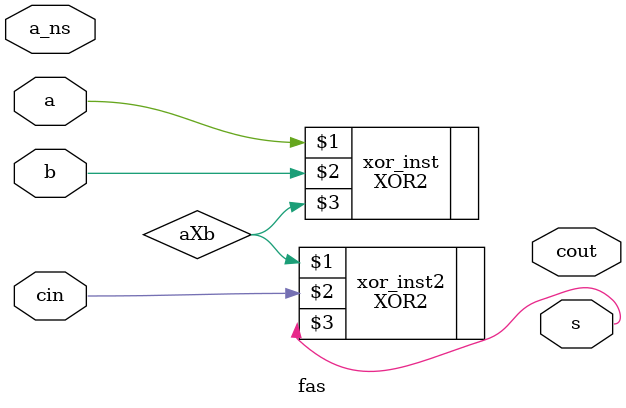
<source format=sv>
module fas (
    input logic a,           // Input bit a
    input logic b,           // Input bit b
    input logic cin,         // Carry in
    input logic a_ns,        // A_nS (add/not subtract) control
    output logic s,          // Output S
    output logic cout        // Carry out
);

// Put your code here
// ------------------
// genvar A,B,C,D,E,F,G,H,I = {3,1,4,9,6,8,7,4,4};
logic aXb;
XOR2 #(8,7) xor_inst (a,b,aXb);
XOR2 #(8,7) xor_inst2 (aXb,cin,s);

// End of your code

endmodule

</source>
